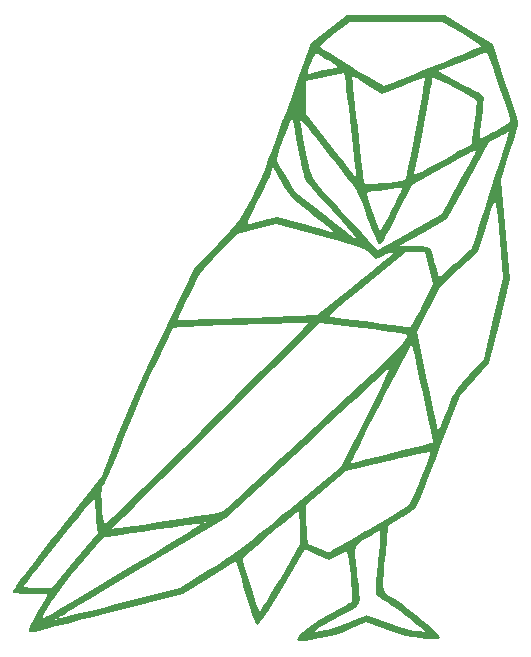
<source format=gbo>
G04 #@! TF.GenerationSoftware,KiCad,Pcbnew,(6.0.6-0)*
G04 #@! TF.CreationDate,2022-08-15T11:25:08-07:00*
G04 #@! TF.ProjectId,purple-owl,70757270-6c65-42d6-9f77-6c2e6b696361,1.0*
G04 #@! TF.SameCoordinates,Original*
G04 #@! TF.FileFunction,Legend,Bot*
G04 #@! TF.FilePolarity,Positive*
%FSLAX46Y46*%
G04 Gerber Fmt 4.6, Leading zero omitted, Abs format (unit mm)*
G04 Created by KiCad (PCBNEW (6.0.6-0)) date 2022-08-15 11:25:08*
%MOMM*%
%LPD*%
G01*
G04 APERTURE LIST*
G04 APERTURE END LIST*
G04 #@! TO.C,G\u002A\u002A\u002A*
G36*
X106020122Y-148457293D02*
G01*
X106680294Y-148025584D01*
X107423099Y-147589225D01*
X107747468Y-147412780D01*
X108338397Y-147096041D01*
X108844864Y-146819244D01*
X109223150Y-146606687D01*
X109429536Y-146482670D01*
X109452870Y-146464896D01*
X109474886Y-146306299D01*
X109466469Y-145949078D01*
X109433245Y-145445044D01*
X109380838Y-144846009D01*
X109314873Y-144203781D01*
X109240976Y-143570173D01*
X109164771Y-142996995D01*
X109091883Y-142536057D01*
X109027937Y-142239171D01*
X108984904Y-142154493D01*
X108808400Y-142221845D01*
X108486574Y-142383371D01*
X108189681Y-142547222D01*
X107524715Y-142927677D01*
X106499025Y-142481667D01*
X105473334Y-142035657D01*
X103582748Y-145218294D01*
X102939114Y-146288884D01*
X102407903Y-147144656D01*
X101991425Y-147782119D01*
X101691987Y-148197779D01*
X101511899Y-148388145D01*
X101478757Y-148400932D01*
X101342472Y-148318003D01*
X101191785Y-148050097D01*
X101012500Y-147568536D01*
X100914613Y-147261188D01*
X100726141Y-146650678D01*
X100493451Y-145899782D01*
X100250120Y-145116741D01*
X100085159Y-144587326D01*
X99606442Y-143053209D01*
X97353507Y-144433298D01*
X95100572Y-145813388D01*
X88779014Y-147432801D01*
X87535429Y-147750451D01*
X86365623Y-148047475D01*
X85294389Y-148317704D01*
X84346520Y-148554966D01*
X83546810Y-148753091D01*
X82920052Y-148905908D01*
X82491041Y-149007247D01*
X82284568Y-149050937D01*
X82272205Y-149052214D01*
X82133591Y-149003199D01*
X82106648Y-148840017D01*
X82199440Y-148538463D01*
X82420030Y-148074332D01*
X82490836Y-147945034D01*
X84301314Y-147945034D01*
X84366442Y-148010162D01*
X84431571Y-147945034D01*
X84366442Y-147879906D01*
X84301314Y-147945034D01*
X82490836Y-147945034D01*
X82530973Y-147871741D01*
X84580368Y-147871741D01*
X84611375Y-147879852D01*
X84616219Y-147879906D01*
X84761667Y-147848565D01*
X85132065Y-147759117D01*
X85700083Y-147618425D01*
X86438388Y-147433350D01*
X87319651Y-147210755D01*
X88316539Y-146957501D01*
X89401723Y-146680452D01*
X89813023Y-146575113D01*
X94903333Y-145270319D01*
X97278996Y-143807164D01*
X97903070Y-143417856D01*
X98478566Y-143045882D01*
X98869995Y-142780776D01*
X100201247Y-142780776D01*
X100233771Y-142981646D01*
X100330669Y-143363472D01*
X100476985Y-143879216D01*
X100657762Y-144481837D01*
X100858046Y-145124298D01*
X101062880Y-145759558D01*
X101257308Y-146340578D01*
X101426374Y-146820319D01*
X101555122Y-147151742D01*
X101628597Y-147287807D01*
X101634373Y-147288217D01*
X101724619Y-147164061D01*
X101927787Y-146846156D01*
X102224919Y-146365418D01*
X102597058Y-145752763D01*
X103025246Y-145039108D01*
X103395075Y-144416810D01*
X105059240Y-141605065D01*
X105024744Y-140216075D01*
X105006937Y-139644456D01*
X104985602Y-139178722D01*
X104963714Y-138874446D01*
X104948140Y-138784914D01*
X104833586Y-138843887D01*
X104556597Y-139046516D01*
X104150588Y-139364674D01*
X103648972Y-139770232D01*
X103085166Y-140235063D01*
X102492583Y-140731039D01*
X101904637Y-141230032D01*
X101354744Y-141703913D01*
X100876318Y-142124555D01*
X100502774Y-142463831D01*
X100267526Y-142693612D01*
X100201247Y-142780776D01*
X98869995Y-142780776D01*
X99035000Y-142669022D01*
X99601888Y-142265054D01*
X100208746Y-141811756D01*
X100885091Y-141286908D01*
X101660439Y-140668289D01*
X102564305Y-139933677D01*
X103626208Y-139060850D01*
X104067006Y-138696829D01*
X104609841Y-138248130D01*
X105533109Y-138248130D01*
X105547246Y-139123761D01*
X105569014Y-139735678D01*
X105610119Y-140385267D01*
X105644939Y-140769584D01*
X105728494Y-141539775D01*
X106575160Y-141904372D01*
X106998341Y-142084713D01*
X107316246Y-142216634D01*
X107464454Y-142273437D01*
X107466927Y-142273924D01*
X107586381Y-142211926D01*
X107901910Y-142034253D01*
X108385048Y-141757319D01*
X109007327Y-141397536D01*
X109740280Y-140971318D01*
X110555439Y-140495079D01*
X110759600Y-140375482D01*
X111603579Y-139878422D01*
X112382816Y-139414917D01*
X113066371Y-139003732D01*
X113623305Y-138663633D01*
X114022676Y-138413383D01*
X114233546Y-138271750D01*
X114249579Y-138258816D01*
X114359215Y-138088453D01*
X114535007Y-137732052D01*
X114758195Y-137236081D01*
X115010021Y-136647009D01*
X115271724Y-136011306D01*
X115524545Y-135375439D01*
X115749723Y-134785879D01*
X115928500Y-134289093D01*
X116042116Y-133931550D01*
X116071811Y-133759720D01*
X116068446Y-133753363D01*
X115932578Y-133768617D01*
X115576444Y-133839243D01*
X115032635Y-133957925D01*
X114333741Y-134117346D01*
X113512355Y-134310188D01*
X112601067Y-134529136D01*
X112458856Y-134563723D01*
X108904691Y-135429509D01*
X107218900Y-136838819D01*
X105533109Y-138248130D01*
X104609841Y-138248130D01*
X108479354Y-135049650D01*
X108645662Y-134724009D01*
X109360733Y-134724009D01*
X109500763Y-134693811D01*
X109860104Y-134608648D01*
X110405311Y-134476665D01*
X111102940Y-134306006D01*
X111919550Y-134104816D01*
X112821696Y-133881240D01*
X112846533Y-133875067D01*
X113747638Y-133650208D01*
X114561175Y-133445494D01*
X115254300Y-133269329D01*
X115794168Y-133130116D01*
X116147935Y-133036258D01*
X116282756Y-132996157D01*
X116283101Y-132995837D01*
X116265775Y-132861423D01*
X116200567Y-132509186D01*
X116095248Y-131975802D01*
X115957589Y-131297947D01*
X115795358Y-130512297D01*
X115616328Y-129655528D01*
X115428267Y-128764316D01*
X115238947Y-127875338D01*
X115056138Y-127025269D01*
X114887610Y-126250785D01*
X114741133Y-125588562D01*
X114624478Y-125075277D01*
X114545416Y-124747606D01*
X114513231Y-124642033D01*
X114441182Y-124739224D01*
X114264418Y-125046040D01*
X113995185Y-125539330D01*
X113645730Y-126195941D01*
X113228303Y-126992719D01*
X112755150Y-127906510D01*
X112238518Y-128914163D01*
X111865517Y-129647293D01*
X111329318Y-130707481D01*
X110834071Y-131692622D01*
X110391361Y-132579231D01*
X110012774Y-133343828D01*
X109709896Y-133962928D01*
X109494314Y-134413050D01*
X109377612Y-134670711D01*
X109360733Y-134724009D01*
X108645662Y-134724009D01*
X110674617Y-130751188D01*
X111284391Y-129548591D01*
X111780687Y-128551190D01*
X112161475Y-127763332D01*
X112424723Y-127189364D01*
X112568400Y-126833632D01*
X112590475Y-126700484D01*
X112561489Y-126713239D01*
X112416007Y-126843448D01*
X112095340Y-127135466D01*
X111615711Y-127574385D01*
X110993343Y-128145294D01*
X110244458Y-128833284D01*
X109385280Y-129623444D01*
X108432032Y-130500865D01*
X107400937Y-131450637D01*
X106308216Y-132457850D01*
X105520247Y-133184559D01*
X98787397Y-139395367D01*
X91772304Y-143528830D01*
X90302729Y-144394942D01*
X89042424Y-145138346D01*
X87976077Y-145768351D01*
X87088373Y-146294268D01*
X86364001Y-146725409D01*
X85787647Y-147071083D01*
X85343997Y-147340602D01*
X85017740Y-147543276D01*
X84793561Y-147688417D01*
X84656149Y-147785334D01*
X84590189Y-147843338D01*
X84580368Y-147871741D01*
X82530973Y-147871741D01*
X82572954Y-147795080D01*
X83259358Y-147795080D01*
X83356107Y-147807886D01*
X83597014Y-147703235D01*
X83682596Y-147654813D01*
X83871515Y-147543120D01*
X84263046Y-147311832D01*
X84835457Y-146973781D01*
X85567018Y-146541798D01*
X86435997Y-146028715D01*
X87420661Y-145447362D01*
X88499280Y-144810572D01*
X89650121Y-144131177D01*
X90476420Y-143643392D01*
X91644605Y-142951609D01*
X92738794Y-142299401D01*
X93739578Y-141698625D01*
X94627549Y-141161138D01*
X95383297Y-140698796D01*
X95987416Y-140323456D01*
X96420495Y-140046976D01*
X96663126Y-139881211D01*
X96707991Y-139836491D01*
X96548950Y-139843642D01*
X96164979Y-139886014D01*
X95588639Y-139959260D01*
X94852492Y-140059034D01*
X93989098Y-140180990D01*
X93031018Y-140320783D01*
X92611682Y-140383250D01*
X91623794Y-140530660D01*
X90717259Y-140664711D01*
X89924617Y-140780687D01*
X89278410Y-140873871D01*
X88811177Y-140939550D01*
X88555459Y-140973007D01*
X88519096Y-140976316D01*
X88381232Y-141074431D01*
X88110834Y-141347675D01*
X87733828Y-141764399D01*
X87276138Y-142292955D01*
X86763689Y-142901692D01*
X86222408Y-143558961D01*
X85678220Y-144233114D01*
X85157050Y-144892499D01*
X84684823Y-145505470D01*
X84287465Y-146040375D01*
X83990900Y-146465566D01*
X83883803Y-146635022D01*
X83611732Y-147103460D01*
X83399652Y-147489736D01*
X83277457Y-147738316D01*
X83259358Y-147795080D01*
X82572954Y-147795080D01*
X82776482Y-147423419D01*
X82868494Y-147262228D01*
X83170461Y-146731884D01*
X83418193Y-146289034D01*
X83586453Y-145979346D01*
X83650002Y-145848491D01*
X83650032Y-145847982D01*
X83528530Y-145827042D01*
X83199027Y-145810110D01*
X82714025Y-145799093D01*
X82213123Y-145795803D01*
X81541549Y-145787706D01*
X81092743Y-145760453D01*
X80829376Y-145709606D01*
X80714119Y-145630726D01*
X80707507Y-145616753D01*
X80771575Y-145477195D01*
X80961824Y-145189616D01*
X81653293Y-145189616D01*
X81802836Y-145239321D01*
X82141162Y-145266033D01*
X82702243Y-145274711D01*
X82773712Y-145274778D01*
X84013392Y-145274778D01*
X85957888Y-142962726D01*
X87902384Y-140650675D01*
X87875490Y-140336047D01*
X89055673Y-140336047D01*
X89576699Y-140256395D01*
X89832231Y-140217687D01*
X90309550Y-140145730D01*
X90972809Y-140045912D01*
X91786162Y-139923625D01*
X92713765Y-139784259D01*
X93015985Y-139738880D01*
X96936186Y-139738880D01*
X97001314Y-139804009D01*
X97066442Y-139738880D01*
X97001314Y-139673752D01*
X96936186Y-139738880D01*
X93015985Y-139738880D01*
X93719772Y-139633205D01*
X94218809Y-139558305D01*
X95374284Y-139383518D01*
X96300368Y-139239273D01*
X97025616Y-139119633D01*
X97578584Y-139018658D01*
X97987827Y-138930411D01*
X98281899Y-138848953D01*
X98489356Y-138768346D01*
X98638753Y-138682651D01*
X98716407Y-138622964D01*
X98871030Y-138485137D01*
X99201289Y-138184924D01*
X99691494Y-137736746D01*
X100325955Y-137155027D01*
X101088981Y-136454187D01*
X101964882Y-135648649D01*
X102937969Y-134752834D01*
X103992550Y-133781166D01*
X105112937Y-132748066D01*
X106283437Y-131667956D01*
X106389856Y-131569715D01*
X107836234Y-130232749D01*
X109100455Y-129059831D01*
X110193306Y-128039964D01*
X111125569Y-127162151D01*
X111908029Y-126415394D01*
X112551470Y-125788694D01*
X113066675Y-125271055D01*
X113464429Y-124851478D01*
X113755516Y-124518966D01*
X113950719Y-124262520D01*
X114060823Y-124071144D01*
X114096612Y-123933838D01*
X114068869Y-123839607D01*
X114015932Y-123792455D01*
X113857363Y-123756116D01*
X113474633Y-123693597D01*
X112902237Y-123609770D01*
X112737624Y-123587085D01*
X114947310Y-123587085D01*
X115808671Y-127787613D01*
X116017485Y-128794384D01*
X116212897Y-129714596D01*
X116388219Y-130518434D01*
X116536762Y-131176084D01*
X116651838Y-131657731D01*
X116726758Y-131933561D01*
X116751032Y-131988382D01*
X116824417Y-131873761D01*
X116969317Y-131559312D01*
X117166589Y-131089439D01*
X117397094Y-130508543D01*
X117464321Y-130333778D01*
X117722735Y-129668921D01*
X117938044Y-129167225D01*
X118151874Y-128760838D01*
X118405854Y-128381912D01*
X118741611Y-127962596D01*
X119200773Y-127435041D01*
X119337167Y-127281168D01*
X120577724Y-125883405D01*
X121401989Y-122488582D01*
X122226254Y-119093760D01*
X121946415Y-115934782D01*
X121845250Y-114817529D01*
X121760406Y-113940870D01*
X121689268Y-113285577D01*
X121629224Y-112832419D01*
X121577660Y-112562168D01*
X121531962Y-112455593D01*
X121489516Y-112493466D01*
X121481641Y-112515291D01*
X121429953Y-112677670D01*
X121313962Y-113044482D01*
X121147576Y-113571666D01*
X120944704Y-114215158D01*
X120782450Y-114730210D01*
X120125936Y-116814874D01*
X118488493Y-118295668D01*
X116851050Y-119776463D01*
X114947310Y-123587085D01*
X112737624Y-123587085D01*
X112174668Y-123509505D01*
X111326421Y-123397675D01*
X110391990Y-123279152D01*
X110303682Y-123268179D01*
X106720603Y-122823734D01*
X98930189Y-130522645D01*
X97716263Y-131722641D01*
X96535293Y-132890690D01*
X95403335Y-134010877D01*
X94336445Y-135067283D01*
X93350679Y-136043991D01*
X92462092Y-136925085D01*
X91686741Y-137694647D01*
X91040680Y-138336760D01*
X90539966Y-138835508D01*
X90200655Y-139174973D01*
X90097724Y-139278801D01*
X89055673Y-140336047D01*
X87875490Y-140336047D01*
X87796610Y-139413239D01*
X87746494Y-138834980D01*
X87700989Y-138324180D01*
X87667043Y-137958219D01*
X87656844Y-137856257D01*
X87621880Y-137803765D01*
X87527889Y-137844267D01*
X87361291Y-137993331D01*
X87108505Y-138266529D01*
X86755950Y-138679431D01*
X86290046Y-139247607D01*
X85697213Y-139986627D01*
X84963869Y-140912063D01*
X84702972Y-141242923D01*
X84028444Y-142099232D01*
X83402118Y-142894592D01*
X82842965Y-143604895D01*
X82369956Y-144206032D01*
X82002060Y-144673896D01*
X81758247Y-144984376D01*
X81658561Y-145111957D01*
X81653293Y-145189616D01*
X80961824Y-145189616D01*
X80986985Y-145151582D01*
X81341343Y-144656482D01*
X81822249Y-144008464D01*
X82417309Y-143224095D01*
X83114123Y-142319945D01*
X83900297Y-141312581D01*
X84456467Y-140606357D01*
X86991819Y-137397811D01*
X88229055Y-137397811D01*
X88254685Y-137931089D01*
X88272123Y-138215475D01*
X88314264Y-138813719D01*
X88359372Y-139331928D01*
X88401214Y-139704133D01*
X88426117Y-139845741D01*
X88479036Y-139846885D01*
X88618457Y-139755868D01*
X88852961Y-139564462D01*
X89191127Y-139264437D01*
X89641535Y-138847565D01*
X90212765Y-138305617D01*
X90913397Y-137630363D01*
X91752010Y-136813576D01*
X92737183Y-135847025D01*
X93877498Y-134722482D01*
X95181532Y-133431719D01*
X96657867Y-131966506D01*
X97117905Y-131509331D01*
X98362578Y-130271157D01*
X99552637Y-129085496D01*
X100675334Y-127965154D01*
X101717922Y-126922933D01*
X102667651Y-125971638D01*
X103511775Y-125124072D01*
X104237545Y-124393041D01*
X104832212Y-123791347D01*
X105283030Y-123331796D01*
X105577249Y-123027190D01*
X105702122Y-122890334D01*
X105705574Y-122883963D01*
X105571233Y-122875173D01*
X105209674Y-122875054D01*
X104654015Y-122882604D01*
X103937369Y-122896824D01*
X103092853Y-122916715D01*
X102153584Y-122941278D01*
X101152676Y-122969512D01*
X100123246Y-123000418D01*
X99098409Y-123032997D01*
X98111282Y-123066249D01*
X97194981Y-123099174D01*
X96382620Y-123130774D01*
X95707316Y-123160048D01*
X95202185Y-123185997D01*
X94900343Y-123207622D01*
X94869879Y-123211013D01*
X94301521Y-123281836D01*
X92902865Y-126169845D01*
X92449194Y-127134791D01*
X91939036Y-128267241D01*
X91405703Y-129490153D01*
X90882509Y-130726485D01*
X90402766Y-131899195D01*
X90161521Y-132509650D01*
X89800167Y-133425264D01*
X89452825Y-134280511D01*
X89134858Y-135039458D01*
X88861626Y-135666170D01*
X88648492Y-136124714D01*
X88510818Y-136379155D01*
X88501869Y-136391885D01*
X88361997Y-136596270D01*
X88275027Y-136791393D01*
X88233274Y-137038243D01*
X88229055Y-137397811D01*
X86991819Y-137397811D01*
X88274135Y-135775011D01*
X89635752Y-132286176D01*
X90184044Y-130920432D01*
X90790349Y-129487780D01*
X91470580Y-127952657D01*
X92240651Y-126279500D01*
X93116478Y-124432745D01*
X93577439Y-123477645D01*
X94044763Y-122514096D01*
X94717826Y-122514096D01*
X94720269Y-122543737D01*
X94750825Y-122566965D01*
X94831165Y-122583543D01*
X94982959Y-122593236D01*
X95227875Y-122595805D01*
X95587584Y-122591016D01*
X96083756Y-122578631D01*
X96738059Y-122558414D01*
X97572165Y-122530127D01*
X98607742Y-122493536D01*
X99866460Y-122448402D01*
X100919175Y-122410623D01*
X104490009Y-122282696D01*
X107565605Y-122282696D01*
X107607141Y-122328734D01*
X107627918Y-122333279D01*
X107841444Y-122363498D01*
X108273745Y-122422449D01*
X108885317Y-122504827D01*
X109636656Y-122605325D01*
X110488257Y-122718637D01*
X111134135Y-122804228D01*
X112015873Y-122921212D01*
X112809648Y-123027166D01*
X113479694Y-123117263D01*
X113990248Y-123186676D01*
X114305547Y-123230582D01*
X114392627Y-123243932D01*
X114470276Y-123139608D01*
X114641595Y-122840003D01*
X114885706Y-122383812D01*
X115181727Y-121809730D01*
X115391826Y-121392212D01*
X116323814Y-119522980D01*
X115992306Y-118200930D01*
X115660797Y-116878880D01*
X114025549Y-116878880D01*
X110669266Y-119581701D01*
X109744913Y-120328532D01*
X109008810Y-120929774D01*
X108444201Y-121400586D01*
X108034331Y-121756125D01*
X107762445Y-122011550D01*
X107611789Y-122182021D01*
X107565605Y-122282696D01*
X104490009Y-122282696D01*
X106488891Y-122211085D01*
X109299975Y-119942712D01*
X110273657Y-119156681D01*
X111062127Y-118518628D01*
X111683036Y-118013086D01*
X112154031Y-117624586D01*
X112492762Y-117337660D01*
X112716877Y-117136841D01*
X112844025Y-117006659D01*
X112891855Y-116931647D01*
X112878016Y-116896337D01*
X112820156Y-116885260D01*
X112789715Y-116884174D01*
X112535111Y-116938021D01*
X112171467Y-117079636D01*
X112025258Y-117149939D01*
X111493939Y-117420998D01*
X111046840Y-116987653D01*
X110900125Y-116858234D01*
X110725733Y-116739805D01*
X110493989Y-116621974D01*
X110175215Y-116494348D01*
X109739735Y-116346533D01*
X109157872Y-116168138D01*
X108399948Y-115948770D01*
X107436288Y-115678036D01*
X106812044Y-115504640D01*
X103024346Y-114454972D01*
X101346644Y-114908647D01*
X99668943Y-115362322D01*
X98185202Y-116878023D01*
X97633330Y-117446309D01*
X97215115Y-117898185D01*
X96888009Y-118293715D01*
X96609465Y-118692964D01*
X96336936Y-119155998D01*
X96027877Y-119742882D01*
X95711644Y-120370059D01*
X95384715Y-121030264D01*
X95103320Y-121612710D01*
X94886759Y-122076294D01*
X94754330Y-122379908D01*
X94721827Y-122478278D01*
X94717826Y-122514096D01*
X94044763Y-122514096D01*
X96157509Y-118157949D01*
X98057908Y-116166910D01*
X98612465Y-115579510D01*
X99100638Y-115041564D01*
X99534950Y-114528993D01*
X99597577Y-114447512D01*
X100596301Y-114447512D01*
X100637587Y-114508868D01*
X100666099Y-114504730D01*
X100899227Y-114442475D01*
X101309795Y-114335331D01*
X101822821Y-114202823D01*
X102016186Y-114153175D01*
X103123365Y-113869362D01*
X105402853Y-114516617D01*
X106262974Y-114760571D01*
X106902171Y-114939851D01*
X107350163Y-115060812D01*
X107636668Y-115129806D01*
X107791405Y-115153187D01*
X107844094Y-115137307D01*
X107824454Y-115088520D01*
X107770354Y-115022726D01*
X107623802Y-114890941D01*
X107308460Y-114631579D01*
X106862512Y-114275267D01*
X106324144Y-113852632D01*
X105943355Y-113557342D01*
X105307572Y-113062834D01*
X104835501Y-112678597D01*
X104482977Y-112357885D01*
X104205837Y-112053953D01*
X103959915Y-111720056D01*
X103701047Y-111309447D01*
X103500468Y-110971710D01*
X102745312Y-109688642D01*
X102572444Y-110190172D01*
X102454812Y-110476168D01*
X102241819Y-110941413D01*
X101958165Y-111533956D01*
X101628549Y-112201847D01*
X101411384Y-112632087D01*
X101041772Y-113368700D01*
X100788989Y-113901056D01*
X100643634Y-114252784D01*
X100596301Y-114447512D01*
X99597577Y-114447512D01*
X99927922Y-114017716D01*
X100292078Y-113483653D01*
X100639939Y-112902724D01*
X100984027Y-112250848D01*
X101336865Y-111503945D01*
X101710976Y-110637935D01*
X102118880Y-109628737D01*
X102367421Y-108984999D01*
X103058237Y-108984999D01*
X103121242Y-109140291D01*
X103292775Y-109470099D01*
X103546614Y-109925984D01*
X103855496Y-110457749D01*
X104652755Y-111804813D01*
X107134271Y-113755693D01*
X108047879Y-114468270D01*
X108766332Y-115015738D01*
X109293740Y-115400798D01*
X109634210Y-115626155D01*
X109791851Y-115694512D01*
X109770771Y-115608572D01*
X109575079Y-115371039D01*
X109554549Y-115348367D01*
X108559355Y-114251858D01*
X107728278Y-113330888D01*
X107048109Y-112570152D01*
X106505643Y-111954339D01*
X106087671Y-111468143D01*
X105780986Y-111096255D01*
X105572382Y-110823367D01*
X105448650Y-110634171D01*
X105403146Y-110536621D01*
X105338595Y-110287751D01*
X105238296Y-109834521D01*
X105113085Y-109228881D01*
X104973803Y-108522783D01*
X104878397Y-108021444D01*
X104739445Y-107288426D01*
X104612109Y-106631751D01*
X104506045Y-106100060D01*
X104430907Y-105741997D01*
X104401955Y-105620960D01*
X104330567Y-105618910D01*
X104189628Y-105864709D01*
X103978692Y-106359296D01*
X103697313Y-107103612D01*
X103693345Y-107114509D01*
X103465492Y-107748891D01*
X103273863Y-108298449D01*
X103134597Y-108715649D01*
X103063835Y-108952959D01*
X103058237Y-108984999D01*
X102367421Y-108984999D01*
X102573102Y-108452270D01*
X103086163Y-107084456D01*
X103635538Y-105596154D01*
X105049339Y-105596154D01*
X105057087Y-105733753D01*
X105109066Y-106086007D01*
X105198355Y-106612130D01*
X105318033Y-107271336D01*
X105460938Y-108021601D01*
X105634143Y-108891331D01*
X105775866Y-109544826D01*
X105897989Y-110022728D01*
X106012394Y-110365682D01*
X106130962Y-110614328D01*
X106265576Y-110809312D01*
X106281671Y-110828986D01*
X106550106Y-111143028D01*
X106936796Y-111582325D01*
X107415976Y-112118772D01*
X107961882Y-112724265D01*
X108548751Y-113370701D01*
X109150818Y-114029974D01*
X109742318Y-114673982D01*
X110297489Y-115274619D01*
X110790565Y-115803781D01*
X111195782Y-116233365D01*
X111487377Y-116535265D01*
X111639584Y-116681379D01*
X111655160Y-116690513D01*
X111782147Y-116619695D01*
X112103404Y-116438472D01*
X112252974Y-116353864D01*
X113413622Y-116353864D01*
X114667673Y-116355859D01*
X115370586Y-116373838D01*
X115827419Y-116426127D01*
X116050531Y-116514214D01*
X116059327Y-116523657D01*
X116151372Y-116719147D01*
X116279971Y-117100101D01*
X116422946Y-117598177D01*
X116482040Y-117826221D01*
X116614458Y-118327589D01*
X116729743Y-118716001D01*
X116810465Y-118934820D01*
X116831822Y-118962983D01*
X116946432Y-118880134D01*
X117215889Y-118652918D01*
X117603298Y-118313330D01*
X118071771Y-117893367D01*
X118216084Y-117762420D01*
X118699530Y-117323516D01*
X119109858Y-116952763D01*
X119410756Y-116682837D01*
X119565911Y-116546416D01*
X119578410Y-116536520D01*
X119625592Y-116411930D01*
X119740798Y-116071265D01*
X119913683Y-115546896D01*
X120133903Y-114871192D01*
X120391110Y-114076525D01*
X120674961Y-113195264D01*
X120975108Y-112259781D01*
X121281208Y-111302445D01*
X121582914Y-110355627D01*
X121869880Y-109451697D01*
X122131762Y-108623025D01*
X122358213Y-107901983D01*
X122538889Y-107320939D01*
X122663443Y-106912266D01*
X122721530Y-106708333D01*
X122724473Y-106692719D01*
X122622766Y-106707809D01*
X122351318Y-106830593D01*
X121964481Y-107035915D01*
X121880126Y-107083488D01*
X121033297Y-107565547D01*
X119242434Y-110819816D01*
X117451571Y-114074086D01*
X115432596Y-115213975D01*
X113413622Y-116353864D01*
X112252974Y-116353864D01*
X112586679Y-116165096D01*
X113199719Y-115817822D01*
X113910269Y-115414905D01*
X114390545Y-115142371D01*
X117060801Y-113626722D01*
X118536096Y-110942540D01*
X118949733Y-110184793D01*
X119314784Y-109506111D01*
X119614423Y-108938600D01*
X119831826Y-108514368D01*
X119950168Y-108265523D01*
X119966279Y-108213247D01*
X119845078Y-108261440D01*
X119528980Y-108420989D01*
X119049786Y-108674889D01*
X118439292Y-109006138D01*
X117729299Y-109397730D01*
X117222783Y-109680339D01*
X114524397Y-111192541D01*
X113358574Y-113482121D01*
X112987443Y-114204863D01*
X112644625Y-114861060D01*
X112351825Y-115410060D01*
X112130746Y-115811211D01*
X112003095Y-116023861D01*
X111997045Y-116032214D01*
X111832194Y-116206250D01*
X111695493Y-116172668D01*
X111618436Y-116097342D01*
X111514010Y-115911247D01*
X111345493Y-115525528D01*
X111131950Y-114987447D01*
X110892447Y-114344264D01*
X110751403Y-113948111D01*
X110501694Y-113252353D01*
X110263904Y-112621216D01*
X110058292Y-112106224D01*
X109931818Y-111819453D01*
X110679374Y-111819453D01*
X110697376Y-111958852D01*
X110792283Y-112294766D01*
X110949375Y-112779842D01*
X111153930Y-113366728D01*
X111200094Y-113494502D01*
X111417710Y-114098057D01*
X111598997Y-114610012D01*
X111727245Y-114982491D01*
X111785744Y-115167616D01*
X111787600Y-115177812D01*
X111844986Y-115093849D01*
X112002338Y-114815093D01*
X112239747Y-114378046D01*
X112537306Y-113819209D01*
X112769384Y-113377672D01*
X113095329Y-112745786D01*
X113368994Y-112198546D01*
X113571297Y-111775492D01*
X113683158Y-111516163D01*
X113697913Y-111453599D01*
X113554990Y-111446687D01*
X113217971Y-111470151D01*
X112750474Y-111516279D01*
X112216119Y-111577360D01*
X111678522Y-111645685D01*
X111201303Y-111713543D01*
X110848080Y-111773222D01*
X110682470Y-111817012D01*
X110679374Y-111819453D01*
X109931818Y-111819453D01*
X109905114Y-111758904D01*
X109851729Y-111659823D01*
X109688139Y-111428174D01*
X109401930Y-111045986D01*
X109017199Y-110543685D01*
X108558043Y-109951698D01*
X108048559Y-109300450D01*
X107512844Y-108620366D01*
X106974996Y-107941873D01*
X106459111Y-107295395D01*
X105989286Y-106711360D01*
X105589618Y-106220192D01*
X105284204Y-105852317D01*
X105097142Y-105638161D01*
X105049339Y-105596154D01*
X103635538Y-105596154D01*
X103670584Y-105501212D01*
X103792498Y-105169171D01*
X105533109Y-105169171D01*
X107649776Y-107879443D01*
X108214544Y-108600493D01*
X108724682Y-109247765D01*
X109159012Y-109794717D01*
X109496359Y-110214807D01*
X109715545Y-110481493D01*
X109795228Y-110568503D01*
X109788357Y-110438894D01*
X109755263Y-110081712D01*
X109699215Y-109528221D01*
X109623479Y-108809687D01*
X109531325Y-107957375D01*
X109426020Y-107002550D01*
X109371697Y-106516419D01*
X109257053Y-105500927D01*
X109148728Y-104553038D01*
X109050865Y-103708113D01*
X108967607Y-103001512D01*
X108903097Y-102468597D01*
X108861477Y-102144729D01*
X108851982Y-102080526D01*
X108832570Y-101963871D01*
X109466981Y-101963871D01*
X109472487Y-102095045D01*
X109503730Y-102448608D01*
X109556727Y-102988137D01*
X109627493Y-103677209D01*
X109712043Y-104479402D01*
X109806395Y-105358293D01*
X109906563Y-106277459D01*
X110008563Y-107200477D01*
X110108412Y-108090925D01*
X110202124Y-108912379D01*
X110285717Y-109628417D01*
X110355206Y-110202615D01*
X110406606Y-110598552D01*
X110425249Y-110724265D01*
X110462447Y-110910818D01*
X110528847Y-111038431D01*
X110663656Y-111111647D01*
X110906083Y-111135012D01*
X111295337Y-111113069D01*
X111870626Y-111050365D01*
X112533471Y-110968623D01*
X113098217Y-110890769D01*
X113563571Y-110812815D01*
X113870483Y-110745458D01*
X113959483Y-110710284D01*
X114001274Y-110569575D01*
X114083082Y-110210498D01*
X114086941Y-110192306D01*
X114716191Y-110192306D01*
X114727040Y-110268358D01*
X114824828Y-110275678D01*
X115034147Y-110203004D01*
X115379583Y-110039077D01*
X115885727Y-109772639D01*
X116577166Y-109392429D01*
X117093628Y-109103646D01*
X117812831Y-108699586D01*
X118450497Y-108340675D01*
X118973362Y-108045688D01*
X119348168Y-107833400D01*
X119541651Y-107722587D01*
X119560717Y-107710988D01*
X119586957Y-107579747D01*
X119634875Y-107247332D01*
X119697471Y-106771496D01*
X119767743Y-106209996D01*
X119838690Y-105620585D01*
X119903309Y-105061019D01*
X119954601Y-104589052D01*
X119985563Y-104262439D01*
X119991479Y-104157628D01*
X119919658Y-104021751D01*
X119689708Y-103831330D01*
X119279767Y-103572073D01*
X118667974Y-103229684D01*
X118160046Y-102960142D01*
X117536214Y-102637837D01*
X116998147Y-102367644D01*
X116585647Y-102168927D01*
X116338521Y-102061049D01*
X116285743Y-102048347D01*
X116252003Y-102183124D01*
X116177017Y-102542524D01*
X116066960Y-103095009D01*
X115928004Y-103809041D01*
X115766323Y-104653082D01*
X115588088Y-105595593D01*
X115511790Y-106002470D01*
X115326687Y-106989966D01*
X115154574Y-107904324D01*
X115001924Y-108711451D01*
X114875211Y-109377256D01*
X114780909Y-109867648D01*
X114725492Y-110148534D01*
X114716191Y-110192306D01*
X114086941Y-110192306D01*
X114197897Y-109669296D01*
X114338705Y-108982214D01*
X114498496Y-108185493D01*
X114670258Y-107315377D01*
X114846977Y-106408110D01*
X115021644Y-105499934D01*
X115187245Y-104627092D01*
X115336769Y-103825828D01*
X115463204Y-103132385D01*
X115559538Y-102583006D01*
X115618760Y-102213934D01*
X115633857Y-102061413D01*
X115633075Y-102059777D01*
X115508054Y-102093736D01*
X115184505Y-102210516D01*
X114704905Y-102394031D01*
X114111732Y-102628192D01*
X113781089Y-102761156D01*
X111960781Y-103497536D01*
X110733355Y-102713139D01*
X110240106Y-102402943D01*
X109834240Y-102157190D01*
X109561233Y-102002789D01*
X109466981Y-101963871D01*
X108832570Y-101963871D01*
X108784585Y-101675504D01*
X107158847Y-102013244D01*
X105533109Y-102350983D01*
X105533109Y-105169171D01*
X103792498Y-105169171D01*
X103829810Y-105067550D01*
X104179777Y-104113752D01*
X104751571Y-104113752D01*
X104799229Y-104220968D01*
X104838408Y-104200590D01*
X104853997Y-104046006D01*
X104838408Y-104026914D01*
X104760971Y-104044795D01*
X104751571Y-104113752D01*
X104179777Y-104113752D01*
X105063673Y-101704784D01*
X105689704Y-101704784D01*
X105726364Y-101759056D01*
X105818749Y-101737382D01*
X106026074Y-101680016D01*
X106416850Y-101589172D01*
X106918859Y-101481372D01*
X107103781Y-101443441D01*
X107603675Y-101339284D01*
X107994029Y-101252516D01*
X108213873Y-101196917D01*
X108240330Y-101186567D01*
X108158344Y-101108461D01*
X107913740Y-100936771D01*
X107568196Y-100710425D01*
X107183385Y-100468352D01*
X106820984Y-100249481D01*
X106542668Y-100092742D01*
X106420463Y-100037885D01*
X106309621Y-100133060D01*
X106155000Y-100406845D01*
X106045073Y-100661957D01*
X105840499Y-101196905D01*
X105724896Y-101530957D01*
X105689704Y-101704784D01*
X105063673Y-101704784D01*
X105900571Y-99423905D01*
X106705417Y-99423905D01*
X106811328Y-99521135D01*
X107104287Y-99728063D01*
X107547133Y-100021732D01*
X108102704Y-100379186D01*
X108733837Y-100777471D01*
X109403372Y-101193629D01*
X110074146Y-101604705D01*
X110708997Y-101987744D01*
X111270765Y-102319789D01*
X111722288Y-102577884D01*
X112026402Y-102739074D01*
X112142500Y-102782548D01*
X112299853Y-102726546D01*
X112669090Y-102584356D01*
X113220674Y-102367680D01*
X113925069Y-102088224D01*
X114752736Y-101757689D01*
X115239792Y-101562154D01*
X116738076Y-101562154D01*
X118267131Y-102378003D01*
X118869335Y-102696318D01*
X119417760Y-102980741D01*
X119856399Y-103202596D01*
X120129250Y-103333205D01*
X120150060Y-103342169D01*
X120430970Y-103520753D01*
X120573707Y-103710326D01*
X120585190Y-103922521D01*
X120563273Y-104331066D01*
X120512496Y-104874576D01*
X120447782Y-105413933D01*
X120353956Y-106135941D01*
X120293636Y-106638903D01*
X120264398Y-106961796D01*
X120263817Y-107143595D01*
X120289468Y-107223279D01*
X120334206Y-107239906D01*
X120475226Y-107180566D01*
X120792807Y-107020027D01*
X121236286Y-106784510D01*
X121636770Y-106565756D01*
X122135773Y-106278090D01*
X122536179Y-106024376D01*
X122790597Y-105836103D01*
X122857212Y-105754839D01*
X122816627Y-105557194D01*
X122704525Y-105168879D01*
X122535384Y-104631604D01*
X122323684Y-103987082D01*
X122083902Y-103277023D01*
X121830518Y-102543137D01*
X121578009Y-101827137D01*
X121340855Y-101170732D01*
X121133534Y-100615635D01*
X120970525Y-100203555D01*
X120866306Y-99976204D01*
X120840455Y-99944823D01*
X120680638Y-99991618D01*
X120323391Y-100121498D01*
X119811998Y-100317938D01*
X119189748Y-100564414D01*
X118723029Y-100753126D01*
X116738076Y-101562154D01*
X115239792Y-101562154D01*
X115674139Y-101387780D01*
X116343794Y-101117855D01*
X117304211Y-100728011D01*
X118182964Y-100367286D01*
X118951983Y-100047519D01*
X119583199Y-99780545D01*
X120048543Y-99578204D01*
X120319946Y-99452331D01*
X120379516Y-99415898D01*
X120274959Y-99326530D01*
X119985123Y-99129606D01*
X119548890Y-98850308D01*
X119005139Y-98513822D01*
X118720507Y-98341282D01*
X117058673Y-97340419D01*
X109283395Y-97340419D01*
X107994406Y-98347279D01*
X107505800Y-98734176D01*
X107102208Y-99063727D01*
X106822751Y-99303253D01*
X106706554Y-99420079D01*
X106705417Y-99423905D01*
X105900571Y-99423905D01*
X105989006Y-99182886D01*
X107486955Y-98003248D01*
X108984904Y-96823611D01*
X113154144Y-96821502D01*
X117323385Y-96819393D01*
X119337677Y-98046852D01*
X121351968Y-99274311D01*
X122430231Y-102506164D01*
X122720759Y-103385935D01*
X122981649Y-104193178D01*
X123201861Y-104892329D01*
X123370358Y-105447826D01*
X123476102Y-105824108D01*
X123508494Y-105979982D01*
X123469877Y-106177263D01*
X123362593Y-106577791D01*
X123199497Y-107137384D01*
X122993439Y-107811857D01*
X122773724Y-108505945D01*
X122038954Y-110789943D01*
X122808136Y-119129309D01*
X121942864Y-122676266D01*
X121077592Y-126223222D01*
X119834612Y-127612364D01*
X118591631Y-129001506D01*
X116994256Y-133132757D01*
X116602468Y-134145363D01*
X116228936Y-135109532D01*
X115887043Y-135990812D01*
X115590173Y-136754754D01*
X115351708Y-137366904D01*
X115185034Y-137792811D01*
X115121662Y-137953135D01*
X114981863Y-138274155D01*
X114828614Y-138517166D01*
X114610222Y-138731137D01*
X114274993Y-138965042D01*
X113771235Y-139267851D01*
X113674135Y-139324457D01*
X112501827Y-140006653D01*
X112283406Y-142347638D01*
X112189082Y-143337094D01*
X112118554Y-144101963D01*
X112078798Y-144677626D01*
X112076787Y-145099466D01*
X112119498Y-145402863D01*
X112213905Y-145623201D01*
X112366984Y-145795861D01*
X112585710Y-145956225D01*
X112877059Y-146139674D01*
X113053053Y-146251701D01*
X113551574Y-146594320D01*
X114169844Y-147047662D01*
X114829684Y-147553063D01*
X115452913Y-148051861D01*
X115461114Y-148058607D01*
X116127367Y-148618846D01*
X116581928Y-149040008D01*
X116822965Y-149337375D01*
X116848644Y-149526225D01*
X116657132Y-149621839D01*
X116246598Y-149639498D01*
X115615209Y-149594481D01*
X115281007Y-149560267D01*
X114576272Y-149466020D01*
X113927894Y-149331761D01*
X113244507Y-149134051D01*
X112434747Y-148849450D01*
X112270396Y-148787893D01*
X110606145Y-148160241D01*
X109404755Y-148719570D01*
X108557115Y-149073159D01*
X107693745Y-149339158D01*
X106692774Y-149555076D01*
X106685945Y-149556326D01*
X105984305Y-149683884D01*
X105496300Y-149767596D01*
X105179258Y-149810243D01*
X104990508Y-149814607D01*
X104887379Y-149783470D01*
X104827199Y-149719614D01*
X104801659Y-149679161D01*
X104833350Y-149495285D01*
X105066854Y-149215067D01*
X105271923Y-149036235D01*
X106189116Y-149036235D01*
X106218020Y-149052214D01*
X106369576Y-149027595D01*
X106709248Y-148962357D01*
X107170204Y-148869429D01*
X107281999Y-148846398D01*
X107885598Y-148687754D01*
X108587339Y-148453033D01*
X109254785Y-148187407D01*
X109382396Y-148129988D01*
X109881031Y-147906472D01*
X110297030Y-147732654D01*
X110569576Y-147633351D01*
X110633675Y-147619393D01*
X110805082Y-147663601D01*
X111168088Y-147784346D01*
X111671469Y-147963809D01*
X112264000Y-148184171D01*
X112337738Y-148212166D01*
X113026902Y-148456066D01*
X113722395Y-148670936D01*
X114339453Y-148832301D01*
X114761842Y-148912075D01*
X115201936Y-148963217D01*
X115522633Y-148994246D01*
X115654387Y-148998452D01*
X115578501Y-148909186D01*
X115333029Y-148697762D01*
X114958776Y-148395653D01*
X114496548Y-148034330D01*
X113987151Y-147645265D01*
X113471390Y-147259931D01*
X112990071Y-146909799D01*
X112584000Y-146626341D01*
X112543370Y-146599039D01*
X112096310Y-146293395D01*
X111735785Y-146034175D01*
X111514578Y-145859934D01*
X111472967Y-145817147D01*
X111463235Y-145658301D01*
X111476903Y-145281336D01*
X111511357Y-144727342D01*
X111563980Y-144037411D01*
X111632156Y-143252633D01*
X111645152Y-143112237D01*
X111716739Y-142320486D01*
X111775429Y-141621521D01*
X111818252Y-141055131D01*
X111842240Y-140661106D01*
X111844421Y-140479233D01*
X111842206Y-140472027D01*
X111718256Y-140512246D01*
X111422719Y-140660162D01*
X111007174Y-140889066D01*
X110749247Y-141037996D01*
X110364101Y-141260158D01*
X110079429Y-141439400D01*
X109884197Y-141617067D01*
X109767373Y-141834503D01*
X109717922Y-142133054D01*
X109724813Y-142554064D01*
X109777010Y-143138878D01*
X109863481Y-143928842D01*
X109896699Y-144232726D01*
X109994149Y-145094865D01*
X110061106Y-145740346D01*
X110079106Y-146212746D01*
X110029685Y-146555640D01*
X109894382Y-146812606D01*
X109654731Y-147027220D01*
X109292270Y-147243060D01*
X108788536Y-147503701D01*
X108432615Y-147688229D01*
X107694769Y-148084681D01*
X107076577Y-148433056D01*
X106602957Y-148718005D01*
X106298831Y-148924181D01*
X106189116Y-149036235D01*
X105271923Y-149036235D01*
X105472377Y-148861428D01*
X106020122Y-148457293D01*
G37*
G04 #@! TD*
M02*

</source>
